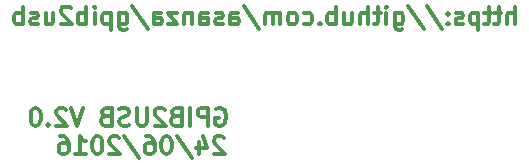
<source format=gbr>
G04 #@! TF.FileFunction,Legend,Bot*
%FSLAX46Y46*%
G04 Gerber Fmt 4.6, Leading zero omitted, Abs format (unit mm)*
G04 Created by KiCad (PCBNEW 4.1.0-alpha+201606241232+6946~45~ubuntu16.04.1-product) date Wed Jun 29 20:04:26 2016*
%MOMM*%
%LPD*%
G01*
G04 APERTURE LIST*
%ADD10C,0.100000*%
%ADD11C,0.300000*%
G04 APERTURE END LIST*
D10*
D11*
X142064500Y-95523928D02*
X141993071Y-95452500D01*
X141850214Y-95381071D01*
X141493071Y-95381071D01*
X141350214Y-95452500D01*
X141278785Y-95523928D01*
X141207357Y-95666785D01*
X141207357Y-95809642D01*
X141278785Y-96023928D01*
X142135928Y-96881071D01*
X141207357Y-96881071D01*
X139921642Y-95881071D02*
X139921642Y-96881071D01*
X140278785Y-95309642D02*
X140635928Y-96381071D01*
X139707357Y-96381071D01*
X138064500Y-95309642D02*
X139350214Y-97238214D01*
X137278785Y-95381071D02*
X137135928Y-95381071D01*
X136993071Y-95452500D01*
X136921642Y-95523928D01*
X136850214Y-95666785D01*
X136778785Y-95952500D01*
X136778785Y-96309642D01*
X136850214Y-96595357D01*
X136921642Y-96738214D01*
X136993071Y-96809642D01*
X137135928Y-96881071D01*
X137278785Y-96881071D01*
X137421642Y-96809642D01*
X137493071Y-96738214D01*
X137564500Y-96595357D01*
X137635928Y-96309642D01*
X137635928Y-95952500D01*
X137564500Y-95666785D01*
X137493071Y-95523928D01*
X137421642Y-95452500D01*
X137278785Y-95381071D01*
X135493071Y-95381071D02*
X135778785Y-95381071D01*
X135921642Y-95452500D01*
X135993071Y-95523928D01*
X136135928Y-95738214D01*
X136207357Y-96023928D01*
X136207357Y-96595357D01*
X136135928Y-96738214D01*
X136064500Y-96809642D01*
X135921642Y-96881071D01*
X135635928Y-96881071D01*
X135493071Y-96809642D01*
X135421642Y-96738214D01*
X135350214Y-96595357D01*
X135350214Y-96238214D01*
X135421642Y-96095357D01*
X135493071Y-96023928D01*
X135635928Y-95952500D01*
X135921642Y-95952500D01*
X136064500Y-96023928D01*
X136135928Y-96095357D01*
X136207357Y-96238214D01*
X133635928Y-95309642D02*
X134921642Y-97238214D01*
X133207357Y-95523928D02*
X133135928Y-95452500D01*
X132993071Y-95381071D01*
X132635928Y-95381071D01*
X132493071Y-95452500D01*
X132421642Y-95523928D01*
X132350214Y-95666785D01*
X132350214Y-95809642D01*
X132421642Y-96023928D01*
X133278785Y-96881071D01*
X132350214Y-96881071D01*
X131421642Y-95381071D02*
X131278785Y-95381071D01*
X131135928Y-95452500D01*
X131064500Y-95523928D01*
X130993071Y-95666785D01*
X130921642Y-95952500D01*
X130921642Y-96309642D01*
X130993071Y-96595357D01*
X131064500Y-96738214D01*
X131135928Y-96809642D01*
X131278785Y-96881071D01*
X131421642Y-96881071D01*
X131564500Y-96809642D01*
X131635928Y-96738214D01*
X131707357Y-96595357D01*
X131778785Y-96309642D01*
X131778785Y-95952500D01*
X131707357Y-95666785D01*
X131635928Y-95523928D01*
X131564500Y-95452500D01*
X131421642Y-95381071D01*
X129493071Y-96881071D02*
X130350214Y-96881071D01*
X129921642Y-96881071D02*
X129921642Y-95381071D01*
X130064500Y-95595357D01*
X130207357Y-95738214D01*
X130350214Y-95809642D01*
X128207357Y-95381071D02*
X128493071Y-95381071D01*
X128635928Y-95452500D01*
X128707357Y-95523928D01*
X128850214Y-95738214D01*
X128921642Y-96023928D01*
X128921642Y-96595357D01*
X128850214Y-96738214D01*
X128778785Y-96809642D01*
X128635928Y-96881071D01*
X128350214Y-96881071D01*
X128207357Y-96809642D01*
X128135928Y-96738214D01*
X128064500Y-96595357D01*
X128064500Y-96238214D01*
X128135928Y-96095357D01*
X128207357Y-96023928D01*
X128350214Y-95952500D01*
X128635928Y-95952500D01*
X128778785Y-96023928D01*
X128850214Y-96095357D01*
X128921642Y-96238214D01*
X166684857Y-85895571D02*
X166684857Y-84395571D01*
X166042000Y-85895571D02*
X166042000Y-85109857D01*
X166113428Y-84967000D01*
X166256285Y-84895571D01*
X166470571Y-84895571D01*
X166613428Y-84967000D01*
X166684857Y-85038428D01*
X165542000Y-84895571D02*
X164970571Y-84895571D01*
X165327714Y-84395571D02*
X165327714Y-85681285D01*
X165256285Y-85824142D01*
X165113428Y-85895571D01*
X164970571Y-85895571D01*
X164684857Y-84895571D02*
X164113428Y-84895571D01*
X164470571Y-84395571D02*
X164470571Y-85681285D01*
X164399142Y-85824142D01*
X164256285Y-85895571D01*
X164113428Y-85895571D01*
X163613428Y-84895571D02*
X163613428Y-86395571D01*
X163613428Y-84967000D02*
X163470571Y-84895571D01*
X163184857Y-84895571D01*
X163042000Y-84967000D01*
X162970571Y-85038428D01*
X162899142Y-85181285D01*
X162899142Y-85609857D01*
X162970571Y-85752714D01*
X163042000Y-85824142D01*
X163184857Y-85895571D01*
X163470571Y-85895571D01*
X163613428Y-85824142D01*
X162327714Y-85824142D02*
X162184857Y-85895571D01*
X161899142Y-85895571D01*
X161756285Y-85824142D01*
X161684857Y-85681285D01*
X161684857Y-85609857D01*
X161756285Y-85467000D01*
X161899142Y-85395571D01*
X162113428Y-85395571D01*
X162256285Y-85324142D01*
X162327714Y-85181285D01*
X162327714Y-85109857D01*
X162256285Y-84967000D01*
X162113428Y-84895571D01*
X161899142Y-84895571D01*
X161756285Y-84967000D01*
X161042000Y-85752714D02*
X160970571Y-85824142D01*
X161042000Y-85895571D01*
X161113428Y-85824142D01*
X161042000Y-85752714D01*
X161042000Y-85895571D01*
X161042000Y-84967000D02*
X160970571Y-85038428D01*
X161042000Y-85109857D01*
X161113428Y-85038428D01*
X161042000Y-84967000D01*
X161042000Y-85109857D01*
X159256285Y-84324142D02*
X160542000Y-86252714D01*
X157684857Y-84324142D02*
X158970571Y-86252714D01*
X156542000Y-84895571D02*
X156542000Y-86109857D01*
X156613428Y-86252714D01*
X156684857Y-86324142D01*
X156827714Y-86395571D01*
X157042000Y-86395571D01*
X157184857Y-86324142D01*
X156542000Y-85824142D02*
X156684857Y-85895571D01*
X156970571Y-85895571D01*
X157113428Y-85824142D01*
X157184857Y-85752714D01*
X157256285Y-85609857D01*
X157256285Y-85181285D01*
X157184857Y-85038428D01*
X157113428Y-84967000D01*
X156970571Y-84895571D01*
X156684857Y-84895571D01*
X156542000Y-84967000D01*
X155827714Y-85895571D02*
X155827714Y-84895571D01*
X155827714Y-84395571D02*
X155899142Y-84467000D01*
X155827714Y-84538428D01*
X155756285Y-84467000D01*
X155827714Y-84395571D01*
X155827714Y-84538428D01*
X155327714Y-84895571D02*
X154756285Y-84895571D01*
X155113428Y-84395571D02*
X155113428Y-85681285D01*
X155042000Y-85824142D01*
X154899142Y-85895571D01*
X154756285Y-85895571D01*
X154256285Y-85895571D02*
X154256285Y-84395571D01*
X153613428Y-85895571D02*
X153613428Y-85109857D01*
X153684857Y-84967000D01*
X153827714Y-84895571D01*
X154042000Y-84895571D01*
X154184857Y-84967000D01*
X154256285Y-85038428D01*
X152256285Y-84895571D02*
X152256285Y-85895571D01*
X152899142Y-84895571D02*
X152899142Y-85681285D01*
X152827714Y-85824142D01*
X152684857Y-85895571D01*
X152470571Y-85895571D01*
X152327714Y-85824142D01*
X152256285Y-85752714D01*
X151542000Y-85895571D02*
X151542000Y-84395571D01*
X151542000Y-84967000D02*
X151399142Y-84895571D01*
X151113428Y-84895571D01*
X150970571Y-84967000D01*
X150899142Y-85038428D01*
X150827714Y-85181285D01*
X150827714Y-85609857D01*
X150899142Y-85752714D01*
X150970571Y-85824142D01*
X151113428Y-85895571D01*
X151399142Y-85895571D01*
X151542000Y-85824142D01*
X150184857Y-85752714D02*
X150113428Y-85824142D01*
X150184857Y-85895571D01*
X150256285Y-85824142D01*
X150184857Y-85752714D01*
X150184857Y-85895571D01*
X148827714Y-85824142D02*
X148970571Y-85895571D01*
X149256285Y-85895571D01*
X149399142Y-85824142D01*
X149470571Y-85752714D01*
X149542000Y-85609857D01*
X149542000Y-85181285D01*
X149470571Y-85038428D01*
X149399142Y-84967000D01*
X149256285Y-84895571D01*
X148970571Y-84895571D01*
X148827714Y-84967000D01*
X147970571Y-85895571D02*
X148113428Y-85824142D01*
X148184857Y-85752714D01*
X148256285Y-85609857D01*
X148256285Y-85181285D01*
X148184857Y-85038428D01*
X148113428Y-84967000D01*
X147970571Y-84895571D01*
X147756285Y-84895571D01*
X147613428Y-84967000D01*
X147542000Y-85038428D01*
X147470571Y-85181285D01*
X147470571Y-85609857D01*
X147542000Y-85752714D01*
X147613428Y-85824142D01*
X147756285Y-85895571D01*
X147970571Y-85895571D01*
X146827714Y-85895571D02*
X146827714Y-84895571D01*
X146827714Y-85038428D02*
X146756285Y-84967000D01*
X146613428Y-84895571D01*
X146399142Y-84895571D01*
X146256285Y-84967000D01*
X146184857Y-85109857D01*
X146184857Y-85895571D01*
X146184857Y-85109857D02*
X146113428Y-84967000D01*
X145970571Y-84895571D01*
X145756285Y-84895571D01*
X145613428Y-84967000D01*
X145542000Y-85109857D01*
X145542000Y-85895571D01*
X143756285Y-84324142D02*
X145042000Y-86252714D01*
X142613428Y-85895571D02*
X142613428Y-85109857D01*
X142684857Y-84967000D01*
X142827714Y-84895571D01*
X143113428Y-84895571D01*
X143256285Y-84967000D01*
X142613428Y-85824142D02*
X142756285Y-85895571D01*
X143113428Y-85895571D01*
X143256285Y-85824142D01*
X143327714Y-85681285D01*
X143327714Y-85538428D01*
X143256285Y-85395571D01*
X143113428Y-85324142D01*
X142756285Y-85324142D01*
X142613428Y-85252714D01*
X141970571Y-85824142D02*
X141827714Y-85895571D01*
X141542000Y-85895571D01*
X141399142Y-85824142D01*
X141327714Y-85681285D01*
X141327714Y-85609857D01*
X141399142Y-85467000D01*
X141542000Y-85395571D01*
X141756285Y-85395571D01*
X141899142Y-85324142D01*
X141970571Y-85181285D01*
X141970571Y-85109857D01*
X141899142Y-84967000D01*
X141756285Y-84895571D01*
X141542000Y-84895571D01*
X141399142Y-84967000D01*
X140042000Y-85895571D02*
X140042000Y-85109857D01*
X140113428Y-84967000D01*
X140256285Y-84895571D01*
X140542000Y-84895571D01*
X140684857Y-84967000D01*
X140042000Y-85824142D02*
X140184857Y-85895571D01*
X140542000Y-85895571D01*
X140684857Y-85824142D01*
X140756285Y-85681285D01*
X140756285Y-85538428D01*
X140684857Y-85395571D01*
X140542000Y-85324142D01*
X140184857Y-85324142D01*
X140042000Y-85252714D01*
X139327714Y-84895571D02*
X139327714Y-85895571D01*
X139327714Y-85038428D02*
X139256285Y-84967000D01*
X139113428Y-84895571D01*
X138899142Y-84895571D01*
X138756285Y-84967000D01*
X138684857Y-85109857D01*
X138684857Y-85895571D01*
X138113428Y-84895571D02*
X137327714Y-84895571D01*
X138113428Y-85895571D01*
X137327714Y-85895571D01*
X136113428Y-85895571D02*
X136113428Y-85109857D01*
X136184857Y-84967000D01*
X136327714Y-84895571D01*
X136613428Y-84895571D01*
X136756285Y-84967000D01*
X136113428Y-85824142D02*
X136256285Y-85895571D01*
X136613428Y-85895571D01*
X136756285Y-85824142D01*
X136827714Y-85681285D01*
X136827714Y-85538428D01*
X136756285Y-85395571D01*
X136613428Y-85324142D01*
X136256285Y-85324142D01*
X136113428Y-85252714D01*
X134327714Y-84324142D02*
X135613428Y-86252714D01*
X133184857Y-84895571D02*
X133184857Y-86109857D01*
X133256285Y-86252714D01*
X133327714Y-86324142D01*
X133470571Y-86395571D01*
X133684857Y-86395571D01*
X133827714Y-86324142D01*
X133184857Y-85824142D02*
X133327714Y-85895571D01*
X133613428Y-85895571D01*
X133756285Y-85824142D01*
X133827714Y-85752714D01*
X133899142Y-85609857D01*
X133899142Y-85181285D01*
X133827714Y-85038428D01*
X133756285Y-84967000D01*
X133613428Y-84895571D01*
X133327714Y-84895571D01*
X133184857Y-84967000D01*
X132470571Y-84895571D02*
X132470571Y-86395571D01*
X132470571Y-84967000D02*
X132327714Y-84895571D01*
X132042000Y-84895571D01*
X131899142Y-84967000D01*
X131827714Y-85038428D01*
X131756285Y-85181285D01*
X131756285Y-85609857D01*
X131827714Y-85752714D01*
X131899142Y-85824142D01*
X132042000Y-85895571D01*
X132327714Y-85895571D01*
X132470571Y-85824142D01*
X131113428Y-85895571D02*
X131113428Y-84895571D01*
X131113428Y-84395571D02*
X131184857Y-84467000D01*
X131113428Y-84538428D01*
X131042000Y-84467000D01*
X131113428Y-84395571D01*
X131113428Y-84538428D01*
X130399142Y-85895571D02*
X130399142Y-84395571D01*
X130399142Y-84967000D02*
X130256285Y-84895571D01*
X129970571Y-84895571D01*
X129827714Y-84967000D01*
X129756285Y-85038428D01*
X129684857Y-85181285D01*
X129684857Y-85609857D01*
X129756285Y-85752714D01*
X129827714Y-85824142D01*
X129970571Y-85895571D01*
X130256285Y-85895571D01*
X130399142Y-85824142D01*
X129113428Y-84538428D02*
X129042000Y-84467000D01*
X128899142Y-84395571D01*
X128542000Y-84395571D01*
X128399142Y-84467000D01*
X128327714Y-84538428D01*
X128256285Y-84681285D01*
X128256285Y-84824142D01*
X128327714Y-85038428D01*
X129184857Y-85895571D01*
X128256285Y-85895571D01*
X126970571Y-84895571D02*
X126970571Y-85895571D01*
X127613428Y-84895571D02*
X127613428Y-85681285D01*
X127542000Y-85824142D01*
X127399142Y-85895571D01*
X127184857Y-85895571D01*
X127042000Y-85824142D01*
X126970571Y-85752714D01*
X126327714Y-85824142D02*
X126184857Y-85895571D01*
X125899142Y-85895571D01*
X125756285Y-85824142D01*
X125684857Y-85681285D01*
X125684857Y-85609857D01*
X125756285Y-85467000D01*
X125899142Y-85395571D01*
X126113428Y-85395571D01*
X126256285Y-85324142D01*
X126327714Y-85181285D01*
X126327714Y-85109857D01*
X126256285Y-84967000D01*
X126113428Y-84895571D01*
X125899142Y-84895571D01*
X125756285Y-84967000D01*
X125042000Y-85895571D02*
X125042000Y-84395571D01*
X125042000Y-84967000D02*
X124899142Y-84895571D01*
X124613428Y-84895571D01*
X124470571Y-84967000D01*
X124399142Y-85038428D01*
X124327714Y-85181285D01*
X124327714Y-85609857D01*
X124399142Y-85752714D01*
X124470571Y-85824142D01*
X124613428Y-85895571D01*
X124899142Y-85895571D01*
X125042000Y-85824142D01*
X141413571Y-93039500D02*
X141556428Y-92968071D01*
X141770714Y-92968071D01*
X141985000Y-93039500D01*
X142127857Y-93182357D01*
X142199285Y-93325214D01*
X142270714Y-93610928D01*
X142270714Y-93825214D01*
X142199285Y-94110928D01*
X142127857Y-94253785D01*
X141985000Y-94396642D01*
X141770714Y-94468071D01*
X141627857Y-94468071D01*
X141413571Y-94396642D01*
X141342142Y-94325214D01*
X141342142Y-93825214D01*
X141627857Y-93825214D01*
X140699285Y-94468071D02*
X140699285Y-92968071D01*
X140127857Y-92968071D01*
X139985000Y-93039500D01*
X139913571Y-93110928D01*
X139842142Y-93253785D01*
X139842142Y-93468071D01*
X139913571Y-93610928D01*
X139985000Y-93682357D01*
X140127857Y-93753785D01*
X140699285Y-93753785D01*
X139199285Y-94468071D02*
X139199285Y-92968071D01*
X137985000Y-93682357D02*
X137770714Y-93753785D01*
X137699285Y-93825214D01*
X137627857Y-93968071D01*
X137627857Y-94182357D01*
X137699285Y-94325214D01*
X137770714Y-94396642D01*
X137913571Y-94468071D01*
X138485000Y-94468071D01*
X138485000Y-92968071D01*
X137985000Y-92968071D01*
X137842142Y-93039500D01*
X137770714Y-93110928D01*
X137699285Y-93253785D01*
X137699285Y-93396642D01*
X137770714Y-93539500D01*
X137842142Y-93610928D01*
X137985000Y-93682357D01*
X138485000Y-93682357D01*
X137056428Y-93110928D02*
X136985000Y-93039500D01*
X136842142Y-92968071D01*
X136485000Y-92968071D01*
X136342142Y-93039500D01*
X136270714Y-93110928D01*
X136199285Y-93253785D01*
X136199285Y-93396642D01*
X136270714Y-93610928D01*
X137127857Y-94468071D01*
X136199285Y-94468071D01*
X135556428Y-92968071D02*
X135556428Y-94182357D01*
X135485000Y-94325214D01*
X135413571Y-94396642D01*
X135270714Y-94468071D01*
X134985000Y-94468071D01*
X134842142Y-94396642D01*
X134770714Y-94325214D01*
X134699285Y-94182357D01*
X134699285Y-92968071D01*
X134056428Y-94396642D02*
X133842142Y-94468071D01*
X133485000Y-94468071D01*
X133342142Y-94396642D01*
X133270714Y-94325214D01*
X133199285Y-94182357D01*
X133199285Y-94039500D01*
X133270714Y-93896642D01*
X133342142Y-93825214D01*
X133485000Y-93753785D01*
X133770714Y-93682357D01*
X133913571Y-93610928D01*
X133985000Y-93539500D01*
X134056428Y-93396642D01*
X134056428Y-93253785D01*
X133985000Y-93110928D01*
X133913571Y-93039500D01*
X133770714Y-92968071D01*
X133413571Y-92968071D01*
X133199285Y-93039500D01*
X132056428Y-93682357D02*
X131842142Y-93753785D01*
X131770714Y-93825214D01*
X131699285Y-93968071D01*
X131699285Y-94182357D01*
X131770714Y-94325214D01*
X131842142Y-94396642D01*
X131985000Y-94468071D01*
X132556428Y-94468071D01*
X132556428Y-92968071D01*
X132056428Y-92968071D01*
X131913571Y-93039500D01*
X131842142Y-93110928D01*
X131770714Y-93253785D01*
X131770714Y-93396642D01*
X131842142Y-93539500D01*
X131913571Y-93610928D01*
X132056428Y-93682357D01*
X132556428Y-93682357D01*
X130127857Y-92968071D02*
X129627857Y-94468071D01*
X129127857Y-92968071D01*
X128699285Y-93110928D02*
X128627857Y-93039500D01*
X128485000Y-92968071D01*
X128127857Y-92968071D01*
X127985000Y-93039500D01*
X127913571Y-93110928D01*
X127842142Y-93253785D01*
X127842142Y-93396642D01*
X127913571Y-93610928D01*
X128770714Y-94468071D01*
X127842142Y-94468071D01*
X127199285Y-94325214D02*
X127127857Y-94396642D01*
X127199285Y-94468071D01*
X127270714Y-94396642D01*
X127199285Y-94325214D01*
X127199285Y-94468071D01*
X126199285Y-92968071D02*
X126056428Y-92968071D01*
X125913571Y-93039500D01*
X125842142Y-93110928D01*
X125770714Y-93253785D01*
X125699285Y-93539500D01*
X125699285Y-93896642D01*
X125770714Y-94182357D01*
X125842142Y-94325214D01*
X125913571Y-94396642D01*
X126056428Y-94468071D01*
X126199285Y-94468071D01*
X126342142Y-94396642D01*
X126413571Y-94325214D01*
X126485000Y-94182357D01*
X126556428Y-93896642D01*
X126556428Y-93539500D01*
X126485000Y-93253785D01*
X126413571Y-93110928D01*
X126342142Y-93039500D01*
X126199285Y-92968071D01*
M02*

</source>
